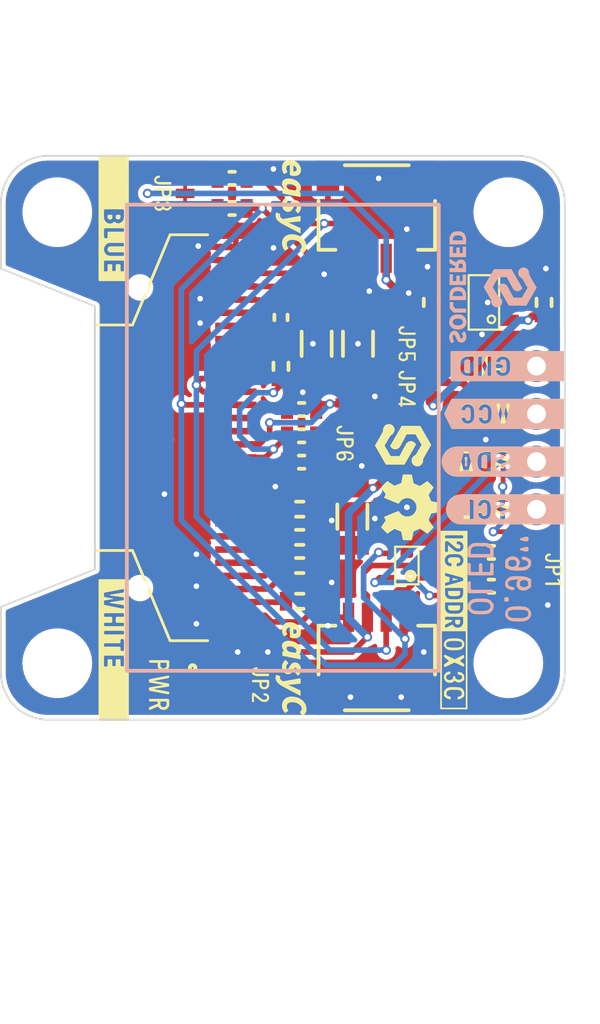
<source format=kicad_pcb>
(kicad_pcb (version 20211014) (generator pcbnew)
  (title_block (title "OLED 0.96\"") (date "2022-11-25") (rev "V1.3.0.") (company "SOLDERED") (comment 1 "333099"))
  (layers (0 "F.Cu" signal) (31 "B.Cu" signal) (34 "B.Paste" user) (35 "F.Paste" user) (36 "B.SilkS" user "B.Silkscreen") (37 "F.SilkS" user "F.Silkscreen") (38 "B.Mask" user) (39 "F.Mask" user) (44 "Edge.Cuts" user))
  (net 0 "")
  (net 1 "GND")
  (net 2 "Net-(C1-Pad2)")
  (net 3 "3V3")
  (net 4 "Net-(C5-Pad1)")
  (net 5 "Net-(C5-Pad2)")
  (net 6 "Net-(C7-Pad1)")
  (net 7 "Net-(C8-Pad1)")
  (net 8 "Net-(C8-Pad2)")
  (net 9 "Net-(C9-Pad1)")
  (net 10 "Net-(D1-Pad1)")
  (net 11 "SCL_PULL5")
  (net 12 "VCC")
  (net 13 "SDA_PULL5")
  (net 14 "Net-(JP2-Pad2)")
  (net 15 "SCL_PULL3,3")
  (net 16 "SDA_PULL3,3")
  (net 17 "Net-(JP6-Pad1)")
  (net 18 "SCL3,3")
  (net 19 "SDA3,3")
  (net 20 "SDA5")
  (net 21 "SCL5")
  (net 22 "CS")
  (net 23 "RST")
  (net 24 "Net-(R9-Pad1)")
  (footprint "buzzardLabel" (layer "F.Cu") (at 136.3 103.7 -90)
    (fp_text reference "" (at 0 0 90) (layer "F.SilkS") (effects (font (size 1.27 1.27))))
    (fp_text value "" (at 0 0 90) (layer "F.SilkS") (effects (font (size 1.27 1.27))))
  )
  (footprint "e-radionica.com footprinti:HOLE_3.2mm" (layer "F.Cu") (at 154.7 128.7 -90)
    (fp_text reference "H1" hide)
    (fp_text value "HOLE_3.2mm" hide)
    (pad "" np_thru_hole circle locked (at 0 0 270) (size 3.2 3.2) (drill 3.2) (layers F&B.Cu *.Mask))
  )
  (footprint "buzzardLabel" (layer "F.Cu") (at 136.1 129.85 -90)
    (fp_text reference "" (at 0 0 90) (layer "F.SilkS") (effects (font (size 1.27 1.27))))
    (fp_text value "" (at 0 0 90) (layer "F.SilkS") (effects (font (size 1.27 1.27))))
  )
  (footprint "e-radionica.com footprinti:HOLE_3.2mm" (layer "F.Cu") (at 130.7 104.7 -90)
    (fp_text reference "H2" hide)
    (fp_text value "HOLE_3.2mm" hide)
    (pad "" np_thru_hole circle locked (at 0 0 270) (size 3.2 3.2) (drill 3.2) (layers F&B.Cu *.Mask))
  )
  (footprint "e-radionica.com footprinti:0603R" (layer "F.Cu") (at 153.8 124.6)
    (fp_text reference "R3")
    (fp_text value "10k")
    (pad "1" smd rect locked (at -0.775 0 90) (size 1 0.64) (layers "F.Cu" "F.Paste" "F.Mask") (net 20 "SDA5"))
    (pad "2" smd rect locked (at 0.775 0 90) (size 1 0.64) (layers "F.Cu" "F.Paste" "F.Mask") (net 13 "SDA_PULL5"))
  )
  (footprint "e-radionica.com footprinti:SMD_JUMPER" (layer "F.Cu") (at 146 115.2 -90)
    (fp_text reference "JP6")
    (fp_text value "SMD_JUMPER")
    (pad "1" smd rect (at -0.35 0 270) (size 0.5 1) (layers "F.Cu" "F.Mask") (net 17 "Net-(JP6-Pad1)"))
    (pad "2" smd rect (at 0.35 0 270) (size 0.5 1) (layers "F.Cu" "F.Mask") (net 3 "3V3"))
  )
  (footprint "e-radionica.com footprinti:1206C" (layer "F.Cu") (at 144.5 111.7 -90)
    (fp_text reference "C7")
    (fp_text value "10u")
    (pad "1" smd rect locked (at -1.525 0) (size 1.75 1) (layers "F.Cu" "F.Paste" "F.Mask") (net 6 "Net-(C7-Pad1)"))
    (pad "2" smd rect locked (at 1.525 0) (size 1.75 1) (layers "F.Cu" "F.Paste" "F.Mask") (net 1 "GND"))
  )
  (footprint "e-radionica.com footprinti:0402R" (layer "F.Cu") (at 138.6 129.85 -90)
    (fp_text reference "R5")
    (fp_text value "2k2")
    (pad "1" smd rect locked (at -0.5 0) (size 0.64 0.54) (layers "F.Cu" "F.Paste" "F.Mask") (net 14 "Net-(JP2-Pad2)"))
    (pad "2" smd rect locked (at 0.5 0) (size 0.64 0.54) (layers "F.Cu" "F.Paste" "F.Mask") (net 10 "Net-(D1-Pad1)"))
  )
  (footprint "e-radionica.com footprinti:0603R" (layer "F.Cu") (at 142.6 110.3 -90)
    (fp_text reference "R9")
    (fp_text value "390k")
    (pad "1" smd rect locked (at -0.775 0) (size 1 0.64) (layers "F.Cu" "F.Paste" "F.Mask") (net 24 "Net-(R9-Pad1)"))
    (pad "2" smd rect locked (at 0.775 0) (size 1 0.64) (layers "F.Cu" "F.Paste" "F.Mask") (net 1 "GND"))
  )
  (footprint "e-radionica.com footprinti:FIDUCIAL_23" (layer "F.Cu") (at 135.3 116.8 -90)
    (fp_text reference "FD1")
    (fp_text value "FIDUCIAL")
    (fp_circle (center 0 0) (end 1 0) (layer "F.Cu") (width 0.2) (fill none))
    (pad "1" smd circle (at 0 0 270) (size 1 1) (layers "F.Cu" "F.Paste" "F.Mask") (clearance 1.1))
  )
  (footprint "e-radionica.com footprinti:HEADER_MALE_4X1" (layer "F.Cu") (at 156.2 116.7 -90)
    (fp_text reference "K3")
    (fp_text value "HEADER_MALE_4X1")
    (pad "1" thru_hole circle locked (at -3.81 0 270) (size 1.7 1.7) (drill 1) (layers *.Cu *.Mask) (net 1 "GND"))
    (pad "2" thru_hole circle locked (at -1.27 0 270) (size 1.7 1.7) (drill 1) (layers *.Cu *.Mask) (net 12 "VCC"))
    (pad "3" thru_hole circle locked (at 1.27 0 270) (size 1.7 1.7) (drill 1) (layers *.Cu *.Mask) (net 20 "SDA5"))
    (pad "4" thru_hole circle locked (at 3.81 0 270) (size 1.7 1.7) (drill 1) (layers *.Cu *.Mask) (net 21 "SCL5"))
  )
  (footprint "e-radionica.com footprinti:0402LED" (layer "F.Cu") (at 137.3 129.85 90)
    (fp_text reference "D1")
    (fp_text value "purple")
    (pad "1" smd rect locked (at -0.55 0 180) (size 0.75 0.45) (layers "F.Cu" "F.Paste" "F.Mask") (net 10 "Net-(D1-Pad1)"))
    (pad "2" smd rect locked (at 0.55 0 180) (size 0.75 0.45) (layers "F.Cu" "F.Paste" "F.Mask") (net 1 "GND"))
  )
  (footprint "e-radionica.com footprinti:0603R" (layer "F.Cu") (at 143.7 116.6)
    (fp_text reference "R7")
    (fp_text value "10k")
    (pad "1" smd rect locked (at -0.775 0 90) (size 1 0.64) (layers "F.Cu" "F.Paste" "F.Mask") (net 23 "RST"))
    (pad "2" smd rect locked (at 0.775 0 90) (size 1 0.64) (layers "F.Cu" "F.Paste" "F.Mask") (net 3 "3V3"))
  )
  (footprint "e-radionica.com footprinti:1206C" (layer "F.Cu") (at 146.4 120.9 -90)
    (fp_text reference "C3")
    (fp_text value "10u")
    (pad "1" smd rect locked (at -1.525 0) (size 1.75 1) (layers "F.Cu" "F.Paste" "F.Mask") (net 3 "3V3"))
    (pad "2" smd rect locked (at 1.525 0) (size 1.75 1) (layers "F.Cu" "F.Paste" "F.Mask") (net 1 "GND"))
  )
  (footprint "e-radionica.com footprinti:0603R" (layer "F.Cu") (at 143.7 115.2)
    (fp_text reference "R8")
    (fp_text value "10k")
    (pad "1" smd rect locked (at -0.775 0 90) (size 1 0.64) (layers "F.Cu" "F.Paste" "F.Mask") (net 1 "GND"))
    (pad "2" smd rect locked (at 0.775 0 90) (size 1 0.64) (layers "F.Cu" "F.Paste" "F.Mask") (net 17 "Net-(JP6-Pad1)"))
  )
  (footprint "buzzardLabel" (layer "F.Cu") (at 158.1 115.43 180)
    (fp_text reference "" (at 0 0) (layer "F.SilkS") (effects (font (size 1.27 1.27))))
    (fp_text value "" (at 0 0) (layer "F.SilkS") (effects (font (size 1.27 1.27))))
  )
  (footprint "e-radionica.com footprinti:0603C" (layer "F.Cu") (at 156.6 109.5 -90)
    (fp_text reference "C1")
    (fp_text value "2u2")
    (pad "1" smd rect locked (at -0.73 0 270) (size 0.66 1) (layers "F.Cu" "F.Paste" "F.Mask") (net 1 "GND"))
    (pad "2" smd rect locked (at 0.73 0 270) (size 0.66 1) (layers "F.Cu" "F.Paste" "F.Mask") (net 2 "Net-(C1-Pad2)"))
  )
  (footprint "e-radionica.com footprinti:0603R" (layer "F.Cu") (at 143.7 118)
    (fp_text reference "R6")
    (fp_text value "10k")
    (pad "1" smd rect locked (at -0.775 0 90) (size 1 0.64) (layers "F.Cu" "F.Paste" "F.Mask") (net 22 "CS"))
    (pad "2" smd rect locked (at 0.775 0 90) (size 1 0.64) (layers "F.Cu" "F.Paste" "F.Mask") (net 3 "3V3"))
  )
  (footprint "Soldered Graphics:Version1.3.0." (layer "F.Cu") (at 128.5 127.4 -90)
    (fp_text reference "REF**" hide)
    (fp_text value "Version1.3.0." hide)
    (fp_poly (pts (xy 1.29 0.38) (xy 1.34 0.38) (xy 1.39 0.37) (xy 1.4 0.33) (xy 1.4 0.27) (xy 1.36 0.26) (xy 1.3 0.26) (xy 1.27 0.29) (xy 1.27 0.34) (xy 1.29 0.38)) (layer "F.Cu") (width 0.01) (fill solid))
    (fp_poly (pts (xy -0.42 0.38) (xy -0.37 0.38) (xy -0.32 0.37) (xy -0.31 0.33) (xy -0.31 0.27) (xy -0.36 0.26) (xy -0.41 0.26) (xy -0.44 0.29) (xy -0.44 0.34) (xy -0.42 0.38)) (layer "F.Cu") (width 0.01) (fill solid))
    (fp_poly (pts (xy -1.31 0.35) (xy -1.25 0.35) (xy -1.23 0.31) (xy -1.07 -0.1) (xy -1.09 -0.13) (xy -1.14 -0.13) (xy -1.17 -0.1) (xy -1.26 0.16) (xy -1.28 0.21) (xy -1.3 0.17) (xy -1.39 -0.09) (xy -1.42 -0.13) (xy -1.47 -0.13) (xy -1.49 -0.1) (xy -1.34 0.31) (xy -1.31 0.35)) (layer "F.Cu") (width 0.01) (fill solid))
    (fp_poly (pts (xy -0.65 0.35) (xy -0.6 0.35) (xy -0.58 0.31) (xy -0.58 -0.35) (xy -0.61 -0.38) (xy -0.67 -0.38) (xy -0.7 -0.34) (xy -0.82 -0.22) (xy -0.83 -0.17) (xy -0.8 -0.16) (xy -0.71 -0.22) (xy -0.67 -0.23) (xy -0.67 0.31) (xy -0.65 0.35)) (layer "F.Cu") (width 0.01) (fill solid))
    (fp_poly (pts (xy 0.89 0.37) (xy 0.95 0.37) (xy 1 0.35) (xy 0.97 0.3) (xy 0.87 0.3) (xy 0.83 0.27) (xy 0.81 0.22) (xy 0.79 0.17) (xy 0.79 0.13) (xy 0.78 0.01) (xy 0.79 -0.11) (xy 0.79 -0.15) (xy 0.8 -0.2) (xy 0.83 -0.25) (xy 0.86 -0.28) (xy 0.97 -0.28) (xy 1 -0.24) (xy 1.01 -0.19) (xy 1.02 -0.13) (xy 1.03 -0.03) (xy 1.03 0.1) (xy 1.02 0.14) (xy 1.02 0.19) (xy 1 0.24) (xy 0.98 0.29) (xy 0.97 0.3) (xy 1.01 0.34) (xy 1.05 0.31) (xy 1.08 0.28) (xy 1.1 0.24) (xy 1.11 0.18) (xy 1.12 0.13) (xy 1.12 0.08) (xy 1.12 -0.04) (xy 1.12 -0.1) (xy 1.11 -0.15) (xy 1.1 -0.2) (xy 1.09 -0.25) (xy 1.06 -0.28) (xy 1.02 -0.32) (xy 0.97 -0.35) (xy 0.91 -0.36) (xy 0.86 -0.36) (xy 0.8 -0.33) (xy 0.76 -0.29) (xy 0.74 -0.26) (xy 0.71 -0.21) (xy 0.7 -0.16) (xy 0.7 -0.11) (xy 0.69 -0.06) (xy 0.69 0.06) (xy 0.69 0.12) (xy 0.7 0.16) (xy 0.71 0.22) (xy 0.73 0.27) (xy 0.75 0.3) (xy 0.79 0.34) (xy 0.85 0.37) (xy 0.89 0.37)) (layer "F.Cu") (width 0.01) (fill solid))
    (fp_poly (pts (xy 0.43 0.38) (xy 0.48 0.38) (xy 0.54 0.37) (xy 0.54 0.33) (xy 0.54 0.27) (xy 0.5 0.26) (xy 0.45 0.26) (xy 0.42 0.29) (xy 0.42 0.34) (xy 0.43 0.38)) (layer "F.Cu") (width 0.01) (fill solid))
    (fp_poly (pts (xy 0.02 0.35) (xy 0.13 0.35) (xy 0.18 0.32) (xy 0.23 0.28) (xy 0.25 0.25) (xy 0.27 0.2) (xy 0.28 0.15) (xy 0.28 0.09) (xy 0.26 0.04) (xy 0.23 0) (xy 0.2 -0.04) (xy 0.24 -0.08) (xy 0.26 -0.13) (xy 0.27 -0.18) (xy 0.26 -0.23) (xy 0.24 -0.27) (xy 0.21 -0.32) (xy 0.17 -0.37) (xy 0.12 -0.38) (xy 0.06 -0.38) (xy 0.01 -0.36) (xy -0.04 -0.33) (xy -0.08 -0.3) (xy -0.1 -0.25) (xy -0.11 -0.2) (xy -0.11 -0.15) (xy -0.06 -0.13) (xy -0.02 -0.15) (xy -0.01 -0.2) (xy 0 -0.25) (xy 0.04 -0.3) (xy 0.09 -0.3) (xy 0.14 -0.28) (xy 0.16 -0.23) (xy 0.17 -0.18) (xy 0.17 -0.14) (xy 0.15 -0.09) (xy 0.11 -0.05) (xy 0.05 -0.05) (xy 0.04 0) (xy 0.08 0.03) (xy 0.13 0.03) (xy 0.17 0.08) (xy 0.19 0.13) (xy 0.19 0.17) (xy 0.17 0.22) (xy 0.14 0.27) (xy 0.09 0.28) (xy 0.03 0.28) (xy -0.01 0.23) (xy -0.03 0.18) (xy -0.04 0.13) (xy -0.09 0.12) (xy -0.12 0.15) (xy -0.12 0.2) (xy -0.1 0.25) (xy -0.08 0.29) (xy -0.04 0.32) (xy 0.02 0.35)) (layer "F.Cu") (width 0.01) (fill solid))
  )
  (footprint "e-radionica.com footprinti:SOT-363" (layer "F.Cu") (at 149.3 123.5 180)
    (fp_text reference "U1")
    (fp_text value "NMOS-DUAL")
    (pad "1" smd rect (at -0.92 -0.65 270) (size 0.3 0.66) (layers "F.Cu" "F.Paste" "F.Mask") (net 19 "SDA3,3"))
    (pad "2" smd rect (at -0.92 0 270) (size 0.3 0.66) (layers "F.Cu" "F.Paste" "F.Mask") (net 3 "3V3"))
    (pad "3" smd rect (at -0.92 0.65 270) (size 0.3 0.66) (layers "F.Cu" "F.Paste" "F.Mask") (net 21 "SCL5"))
    (pad "4" smd rect (at 0.92 0.65 270) (size 0.3 0.66) (layers "F.Cu" "F.Paste" "F.Mask") (net 18 "SCL3,3"))
    (pad "5" smd rect (at 0.92 0 270) (size 0.3 0.66) (layers "F.Cu" "F.Paste" "F.Mask") (net 3 "3V3"))
    (pad "6" smd rect (at 0.92 -0.65 270) (size 0.3 0.66) (layers "F.Cu" "F.Paste" "F.Mask") (net 20 "SDA5"))
  )
  (footprint "e-radionica.com footprinti:SMD_JUMPER_3_PAD_TRACE" (layer "F.Cu") (at 155.9 123.7 -90)
    (fp_text reference "JP1")
    (fp_text value "SMD_JUMPER_3_PAD_TRACE")
    (fp_poly (pts (xy -0.25 0.05) (xy -0.45 0.05) (xy -0.45 -0.05) (xy -0.25 -0.05)) (layer "F.Cu") (width 0.1) (fill solid))
    (fp_poly (pts (xy 0.45 0.05) (xy 0.25 0.05) (xy 0.25 -0.05) (xy 0.45 -0.05)) (layer "F.Cu") (width 0.1) (fill solid))
    (pad "1" smd rect (at -0.7 0 90) (size 0.5 1) (layers "F.Cu" "F.Mask") (net 11 "SCL_PULL5"))
    (pad "2" smd custom (at 0 0 90) (size 0.5 1) (layers "F.Cu" "F.Mask") (net 12 "VCC") (options (clearance outline) (anchor rect)) (primitives))
    (pad "3" smd rect (at 0.7 0 90) (size 0.5 1) (layers "F.Cu" "F.Mask") (net 13 "SDA_PULL5"))
  )
  (footprint "Soldered Graphics:Symbol-Front-I2C-ADDR-Field" (layer "F.Cu") (at 151.8 126.4 -90)
    (fp_text reference "REF**" hide)
    (fp_text value "Symbol-Front-I2C-ADDR-Field" hide)
  )
  (footprint "e-radionica.com footprinti:0603C" (layer "F.Cu") (at 143.6 125.4)
    (fp_text reference "C8")
    (fp_text value "2u2")
    (pad "1" smd rect locked (at -0.73 0) (size 0.66 1) (layers "F.Cu" "F.Paste" "F.Mask") (net 7 "Net-(C8-Pad1)"))
    (pad "2" smd rect locked (at 0.73 0) (size 0.66 1) (layers "F.Cu" "F.Paste" "F.Mask") (net 8 "Net-(C8-Pad2)"))
  )
  (footprint "buzzardLabel" (layer "F.Cu") (at 158.1 120.51 180)
    (fp_text reference "" (at 0 0) (layer "F.SilkS") (effects (font (size 1.27 1.27))))
    (fp_text value "" (at 0 0) (layer "F.SilkS") (effects (font (size 1.27 1.27))))
  )
  (footprint "e-radionica.com footprinti:SMD_JUMPER" (layer "F.Cu") (at 150.5 111.7 90)
    (fp_text reference "JP5")
    (fp_text value "SMD_JUMPER")
    (pad "1" smd rect (at -0.35 0 90) (size 0.5 1) (layers "F.Cu" "F.Mask") (net 12 "VCC"))
    (pad "2" smd rect (at 0.35 0 90) (size 0.5 1) (layers "F.Cu" "F.Mask") (net 3 "3V3"))
  )
  (footprint "e-radionica.com footprinti:easyC-connector" (layer "F.Cu") (at 147.7 105)
    (fp_text reference "K2")
    (fp_text value "easyC-SMD")
    (pad "1" smd rect locked (at -1.5 2.15) (size 0.6 1.55) (layers "F.Cu" "F.Paste" "F.Mask") (net 18 "SCL3,3"))
    (pad "2" smd rect locked (at -0.5 2.15) (size 0.6 1.55) (layers "F.Cu" "F.Paste" "F.Mask") (net 19 "SDA3,3"))
    (pad "3" smd rect locked (at 0.5 2.15) (size 0.6 1.55) (layers "F.Cu" "F.Paste" "F.Mask") (net 3 "3V3"))
    (pad "4" smd rect locked (at 1.5 2.15) (size 0.6 1.55) (layers "F.Cu" "F.Paste" "F.Mask") (net 1 "GND"))
    (pad "5" smd rect locked (at 2.6 -2.15) (size 1.2 1.8) (layers "F.Cu" "F.Paste" "F.Mask") (net 1 "GND"))
    (pad "5" smd rect locked (at -2.6 -2.15) (size 1.2 1.8) (layers "F.Cu" "F.Paste" "F.Mask") (net 1 "GND"))
  )
  (footprint "Soldered Graphics:Logo-Front-easyC-5mm" (layer "F.Cu") (at 143.2 129 -90)
    (fp_text reference "G***" hide)
    (fp_text value "LOGO" hide)
  )
  (footprint "Soldered Graphics:Logo-Back-SolderedVERTICAL-6mm" (layer "F.Cu") (at 153.8 108.7 -90)
    (fp_text reference "G***" hide)
    (fp_text value "LOGO" hide)
  )
  (footprint "e-radionica.com footprinti:SMD-JUMPER-CONNECTED_TRACE_SLODERMASK" (layer "F.Cu") (at 150.5 114.1 90)
    (fp_text reference "JP4")
    (fp_text value "SMD-JUMPER-CONNECTED_TRACE_SLODERMASK")
    (fp_poly (pts (xy 0.1 0.1) (xy -0.1 0.1) (xy -0.1 -0.1) (xy 0.1 -0.1)) (layer "F.Cu") (width 0.1) (fill solid))
    (pad "1" smd rect (at -0.35 0 90) (size 0.5 1) (layers "F.Cu" "F.Mask") (net 2 "Net-(C1-Pad2)"))
    (pad "2" smd rect (at 0.35 0 90) (size 0.5 1) (layers "F.Cu" "F.Mask") (net 12 "VCC"))
  )
  (footprint "e-radionica.com footprinti:0603R" (layer "F.Cu") (at 140 102.9)
    (fp_text reference "R1")
    (fp_text value "10k")
    (pad "1" smd rect locked (at -0.775 0 90) (size 1 0.64) (layers "F.Cu" "F.Paste" "F.Mask") (net 16 "SDA_PULL3,3"))
    (pad "2" smd rect locked (at 0.775 0 90) (size 1 0.64) (layers "F.Cu" "F.Paste" "F.Mask") (net 19 "SDA3,3"))
  )
  (footprint "buzzardLabel" (layer "F.Cu") (at 157.1 123.7 -90)
    (fp_text reference "" (at 0 0 90) (layer "F.SilkS") (effects (font (size 1.27 1.27))))
    (fp_text value "" (at 0 0 90) (layer "F.SilkS") (effects (font (size 1.27 1.27))))
  )
  (footprint "e-radionica.com footprinti:easyC-connector" (layer "F.Cu") (at 147.7 128.4 180)
    (fp_text reference "K1")
    (fp_text value "easyC-SMD")
    (pad "1" smd rect locked (at -1.5 2.15 180) (size 0.6 1.55) (layers "F.Cu" "F.Paste" "F.Mask") (net 18 "SCL3,3"))
    (pad "2" smd rect locked (at -0.5 2.15 180) (size 0.6 1.55) (layers "F.Cu" "F.Paste" "F.Mask") (net 19 "SDA3,3"))
    (pad "3" smd rect locked (at 0.5 2.15 180) (size 0.6 1.55) (layers "F.Cu" "F.Paste" "F.Mask") (net 3 "3V3"))
    (pad "4" smd rect locked (at 1.5 2.15 180) (size 0.6 1.55) (layers "F.Cu" "F.Paste" "F.Mask") (net 1 "GND"))
    (pad "5" smd rect locked (at 2.6 -2.15 180) (size 1.2 1.8) (layers "F.Cu" "F.Paste" "F.Mask") (net 1 "GND"))
    (pad "5" smd rect locked (at -2.6 -2.15 180) (size 1.2 1.8) (layers "F.Cu" "F.Paste" "F.Mask") (net 1 "GND"))
  )
  (footprint "Soldered Graphics:Logo-Front-Soldered-3mm" (layer "F.Cu") (at 149.1 117.1 -90)
    (fp_text reference "G***" hide)
    (fp_text value "LOGO" hide)
  )
  (footprint "e-radionica.com footprinti:HOLE_3.2mm" (layer "F.Cu") (at 130.7 128.7 -90)
    (fp_text reference "H3" hide)
    (fp_text value "HOLE_3.2mm" hide)
    (pad "" np_thru_hole circle locked (at 0 0 270) (size 3.2 3.2) (drill 3.2) (layers F&B.Cu *.Mask))
  )
  (footprint "e-radionica.com footprinti:OLED_GME128x64_30p" (layer "F.Cu") (at 140.2 116.7 90)
    (fp_text reference "U3")
    (fp_text value "OLED_GME12864_30p")
    (pad "" np_thru_hole circle locked (at -8 -5.1 90) (size 0.9 0.9) (drill 0.9) (layers F&B.Cu *.Mask))
    (pad "" np_thru_hole circle locked (at 8 -5.1 90) (size 0.9 0.9) (drill 0.9) (layers F&B.Cu *.Mask))
    (pad "1" smd rect locked (at -10.15 0 90) (size 0.35 2.2) (layers "F.Cu" "F.Paste" "F.Mask") (net 1 "GND"))
    (pad "2" smd rect locked (at -9.45 0 90) (size 0.35 2.2) (layers "F.Cu" "F.Paste" "F.Mask") (net 8 "Net-(C8-Pad2)"))
    (pad "3" smd rect locked (at -8.75 0 90) (size 0.35 2.2) (layers "F.Cu" "F.Paste" "F.Mask") (net 7 "Net-(C8-Pad1)"))
    (pad "4" smd rect locked (at -8.05 0 90) (size 0.35 2.2) (layers "F.Cu" "F.Paste" "F.Mask") (net 5 "Net-(C5-Pad2)"))
    (pad "5" smd rect locked (at -7.35 0 90) (size 0.35 2.2) (layers "F.Cu" "F.Paste" "F.Mask") (net 4 "Net-(C5-Pad1)"))
    (pad "6" smd rect locked (at -6.65 0 90) (size 0.35 2.2) (layers "F.Cu" "F.Paste" "F.Mask") (net 3 "3V3"))
    (pad "7" smd rect locked (at -5.95 0 90) (size 0.35 2.2) (layers "F.Cu" "F.Paste" "F.Mask"))
    (pad "8" smd rect locked (at -5.25 0 90) (size 0.35 2.2) (layers "F.Cu" "F.Paste" "F.Mask") (net 1 "GND"))
    (pad "9" smd rect locked (at -4.55 0 90) (size 0.35 2.2) (layers "F.Cu" "F.Paste" "F.Mask") (net 3 "3V3"))
    (pad "10" smd rect locked (at -3.85 0 90) (size 0.35 2.2) (layers "F.Cu" "F.Paste" "F.Mask") (net 1 "GND"))
    (pad "11" smd rect locked (at -3.15 0 90) (size 0.35 2.2) (layers "F.Cu" "F.Paste" "F.Mask") (net 3 "3V3"))
    (pad "12" smd rect locked (at -2.45 0 90) (size 0.35 2.2) (layers "F.Cu" "F.Paste" "F.Mask") (net 1 "GND"))
    (pad "13" smd rect locked (at -1.75 0 90) (size 0.35 2.2) (layers "F.Cu" "F.Paste" "F.Mask") (net 22 "CS"))
    (pad "14" smd rect locked (at -1.05 0 90) (size 0.35 2.2) (layers "F.Cu" "F.Paste" "F.Mask") (net 23 "RST"))
    (pad "15" smd rect locked (at -0.35 0 90) (size 0.35 2.2) (layers "F.Cu" "F.Paste" "F.Mask") (net 17 "Net-(JP6-Pad1)"))
    (pad "16" smd rect locked (at 0.35 0 90) (size 0.35 2.2) (layers "F.Cu" "F.Paste" "F.Mask"))
    (pad "17" smd rect locked (at 1.05 0 90) (size 0.35 2.2) (layers "F.Cu" "F.Paste" "F.Mask"))
    (pad "18" smd rect locked (at 1.75 0 90) (size 0.35 2.2) (layers "F.Cu" "F.Paste" "F.Mask") (net 18 "SCL3,3"))
    (pad "19" smd rect locked (at 2.45 0 90) (size 0.35 2.2) (layers "F.Cu" "F.Paste" "F.Mask") (net 19 "SDA3,3"))
    (pad "20" smd rect locked (at 3.15 0 90) (size 0.35 2.2) (layers "F.Cu" "F.Paste" "F.Mask") (net 19 "SDA3,3"))
    (pad "21" smd rect locked (at 3.85 0 90) (size 0.35 2.2) (layers "F.Cu" "F.Paste" "F.Mask"))
    (pad "22" smd rect locked (at 4.55 0 90) (size 0.35 2.2) (layers "F.Cu" "F.Paste" "F.Mask"))
    (pad "23" smd rect locked (at 5.25 0 90) (size 0.35 2.2) (layers "F.Cu" "F.Paste" "F.Mask"))
    (pad "24" smd rect locked (at 5.95 0 90) (size 0.35 2.2) (layers "F.Cu" "F.Paste" "F.Mask"))
    (pad "25" smd rect locked (at 6.65 0 90) (size 0.35 2.2) (layers "F.Cu" "F.Paste" "F.Mask"))
    (pad "26" smd rect locked (at 7.35 0 90) (size 0.35 2.2) (layers "F.Cu" "F.Paste" "F.Mask") (net 24 "Net-(R9-Pad1)"))
    (pad "27" smd rect locked (at 8.05 0 90) (size 0.35 2.2) (layers "F.Cu" "F.Paste" "F.Mask") (net 6 "Net-(C7-Pad1)"))
    (pad "28" smd rect locked (at 8.75 0 90) (size 0.35 2.2) (layers "F.Cu" "F.Paste" "F.Mask") (net 9 "Net-(C9-Pad1)"))
    (pad "29" smd rect locked (at 9.45 0 90) (size 0.35 2.2) (layers "F.Cu" "F.Paste" "F.Mask") (net 1 "GND"))
    (pad "30" smd rect locked (at 10.15 0 90) (size 0.35 2.2) (layers "F.Cu" "F.Paste" "F.Mask") (net 1 "GND"))
  )
  (footprint "buzzardLabel" (layer "F.Cu") (at 151.8 129 -90)
    (fp_text reference "" (at 0 0 90) (layer "F.SilkS") (effects (font (size 1.27 1.27))))
    (fp_text value "" (at 0 0 90) (layer "F.SilkS") (effects (font (size 1.27 1.27))))
  )
  (footprint "e-radionica.com footprinti:0603C" (layer "F.Cu") (at 142.6 112.9 90)
    (fp_text reference "C10")
    (fp_text value "100n")
    (pad "1" smd rect locked (at -0.73 0 90) (size 0.66 1) (layers "F.Cu" "F.Paste" "F.Mask") (net 23 "RST"))
    (pad "2" smd rect locked (at 0.73 0 90) (size 0.66 1) (layers "F.Cu" "F.Paste" "F.Mask") (net 1 "GND"))
  )
  (footprint "buzzardLabel" (layer "F.Cu") (at 149.3 111.7 -90)
    (fp_text reference "" (at 0 0 90) (layer "F.SilkS") (effects (font (size 1.27 1.27))))
    (fp_text value "" (at 0 0 90) (layer "F.SilkS") (effects (font (size 1.27 1.27))))
  )
  (footprint "e-radionica.com footprinti:0603R" (layer "F.Cu") (at 140 104.5 180)
    (fp_text reference "R4")
    (fp_text value "10k")
    (pad "1" smd rect locked (at -0.775 0 270) (size 1 0.64) (layers "F.Cu" "F.Paste" "F.Mask") (net 18 "SCL3,3"))
    (pad "2" smd rect locked (at 0.775 0 270) (size 1 0.64) (layers "F.Cu" "F.Paste" "F.Mask") (net 15 "SCL_PULL3,3"))
  )
  (footprint "e-radionica.com footprinti:0603C" (layer "F.Cu") (at 143.6 122)
    (fp_text reference "C6")
    (fp_text value "100n")
    (pad "1" smd rect locked (at -0.73 0) (size 0.66 1) (layers "F.Cu" "F.Paste" "F.Mask") (net 3 "3V3"))
    (pad "2" smd rect locked (at 0.73 0) (size 0.66 1) (layers "F.Cu" "F.Paste" "F.Mask") (net 1 "GND"))
  )
  (footprint "Soldered Graphics:Logo-Front-OSH-3.5mm" (layer "F.Cu") (at 149.5 120.4 -90)
    (fp_text reference "G***" hide)
    (fp_text value "LOGO" hide)
  )
  (footprint "e-radionica.com footprinti:0603R" (layer "F.Cu") (at 153.8 122.8 180)
    (fp_text reference "R2")
    (fp_text value "10k")
    (pad "1" smd rect locked (at -0.775 0 270) (size 1 0.64) (layers "F.Cu" "F.Paste" "F.Mask") (net 11 "SCL_PULL5"))
    (pad "2" smd rect locked (at 0.775 0 270) (size 1 0.64) (layers "F.Cu" "F.Paste" "F.Mask") (net 21 "SCL5"))
  )
  (footprint "e-radionica.com footprinti:0603C" (layer "F.Cu") (at 150.6 109.5 -90)
    (fp_text reference "C2")
    (fp_text value "2u2")
    (pad "1" smd rect locked (at -0.73 0 270) (size 0.66 1) (layers "F.Cu" "F.Paste" "F.Mask") (net 1 "GND"))
    (pad "2" smd rect locked (at 0.73 0 270) (size 0.66 1) (layers "F.Cu" "F.Paste" "F.Mask") (net 3 "3V3"))
  )
  (footprint "buzzardLabel" (layer "F.Cu") (at 149.3 114.1 -90)
    (fp_text reference "" (at 0 0 90) (layer "F.SilkS") (effects (font (size 1.27 1.27))))
    (fp_text value "" (at 0 0 90) (layer "F.SilkS") (effects (font (size 1.27 1.27))))
  )
  (footprint "buzzardLabel" (layer "F.Cu") (at 158.1 112.89 180)
    (fp_text reference "" (at 0 0) (layer "F.SilkS") (effects (font (size 1.27 1.27))))
    (fp_text value "" (at 0 0) (layer "F.SilkS") (effects (font (size 1.27 1.27))))
  )
  (footprint "e-radionica.com footprinti:HOLE_3.2mm" (layer "F.Cu") (at 154.7 104.7 -90)
    (fp_text reference "H4" hide)
    (fp_text value "HOLE_3.2mm" hide)
    (pad "" np_thru_hole circle locked (at 0 0 270) (size 3.2 3.2) (drill 3.2) (layers F&B.Cu *.Mask))
  )
  (footprint "e-radionica.com footprinti:0603C" (layer "F.Cu") (at 143.6 120.5)
    (fp_text reference "C4")
    (fp_text value "1u")
    (pad "1" smd rect locked (at -0.73 0) (size 0.66 1) (layers "F.Cu" "F.Paste" "F.Mask") (net 3 "3V3"))
    (pad "2" smd rect locked (at 0.73 0) (size 0.66 1) (layers "F.Cu" "F.Paste" "F.Mask") (net 1 "GND"))
  )
  (footprint "Soldered Graphics:Logo-Front-easyC-5mm" (layer "F.Cu") (at 143.2 104.4 -90)
    (fp_text reference "G***" hide)
    (fp_text value "LOGO" hide)
  )
  (footprint "buzzardLabel" (layer "F.Cu") (at 146 117 -90)
    (fp_text reference "" (at 0 0 90) (layer "F.SilkS") (effects (font (size 1.27 1.27))))
    (fp_text value "" (at 0 0 90) (layer "F.SilkS") (effects (font (size 1.27 1.27))))
  )
  (footprint "e-radionica.com footprinti:SMD-JUMPER-CONNECTED_TRACE_SLODERMASK" (layer "F.Cu") (at 140.3 129.85 90)
    (fp_text reference "JP2")
    (fp_text value "SMD-JUMPER-CONNECTED_TRACE_SLODERMASK")
    (fp_poly (pts (xy 0.1 0.1) (xy -0.1 0.1) (xy -0.1 -0.1) (xy 0.1 -0.1)) (layer "F.Cu") (width 0.1) (fill solid))
    (pad "1" smd rect (at -0.35 0 90) (size 0.5 1) (layers "F.Cu" "F.Mask") (net 3 "3V3"))
    (pad "2" smd rect (at 0.35 0 90) (size 0.5 1) (layers "F.Cu" "F.Mask") (net 14 "Net-(JP2-Pad2)"))
  )
  (footprint "buzzardLabel" (layer "F.Cu") (at 133.7 105 -90)
    (fp_text reference "" (at 0 0 90) (layer "F.SilkS") (effects (font (size 1.27 1.27))))
    (fp_text value "" (at 0 0 90) (layer "F.SilkS") (effects (font (size 1.27 1.27))))
  )
  (footprint "buzzardLabel" (layer "F.Cu") (at 133.7 128 -90)
    (fp_text reference "" (at 0 0 90) (layer "F.SilkS") (effects (font (size 1.27 1.27))))
    (fp_text value "" (at 0 0 90) (layer "F.SilkS") (effects (font (size 1.27 1.27))))
  )
  (footprint "buzzardLabel" (layer "F.Cu") (at 158.1 117.97 180)
    (fp_text reference "" (at 0 0) (layer "F.SilkS") (effects (font (size 1.27 1.27))))
    (fp_text value "" (at 0 0) (layer "F.SilkS") (effects (font (size 1.27 1.27))))
  )
  (footprint "e-radionica.com footprinti:0603C" (layer "F.Cu") (at 143.6 123.5)
    (fp_text reference "C5")
    (fp_text value "2u2")
    (pad "1" smd rect locked (at -0.73 0) (size 0.66 1) (layers "F.Cu" "F.Paste" "F.Mask") (net 4 "Net-(C5-Pad1)"))
    (pad "2" smd rect locked (at 0.73 0) (size 0.66 1) (layers "F.Cu" "F.Paste" "F.Mask") (net 5 "Net-(C5-Pad2)"))
  )
  (footprint "e-radionica.com footprinti:SOT-23-5" (layer "F.Cu") (at 153.4 109.5 180)
    (fp_text reference "U2")
    (fp_text value "SE5218")
    (pad "1" smd rect (at -1.3 -0.95 180) (size 1.1 0.6) (layers "F.Cu" "F.Paste" "F.Mask") (net 2 "Net-(C1-Pad2)"))
    (pad "2" smd rect (at -1.3 0 180) (size 1.1 0.6) (layers "F.Cu" "F.Paste" "F.Mask") (net 1 "GND"))
    (pad "3" smd rect (at -1.3 0.95 180) (size 1.1 0.6) (layers "F.Cu" "F.Paste" "F.Mask") (net 2 "Net-(C1-Pad2)"))
    (pad "4" smd rect (at 1.3 0.95 180) (size 1.1 0.6) (layers "F.Cu" "F.Paste" "F.Mask"))
    (pad "5" smd rect (at 1.3 -0.95 180) (size 1.1 0.6) (layers "F.Cu" "F.Paste" "F.Mask") (net 3 "3V3"))
  )
  (footprint "e-radionica.com footprinti:1206C" (layer "F.Cu") (at 146.7 111.7 -90)
    (fp_text reference "C9")
    (fp_text value "10u")
    (pad "1" smd rect locked (at -1.525 0) (size 1.75 1) (layers "F.Cu" "F.Paste" "F.Mask") (net 9 "Net-(C9-Pad1)"))
    (pad "2" smd rect locked (at 1.525 0) (size 1.75 1) (layers "F.Cu" "F.Paste" "F.Mask") (net 1 "GND"))
  )
  (footprint "e-radionica.com footprinti:SMD_JUMPER_3_PAD_TRACE" (layer "F.Cu") (at 137.5 103.7 90)
    (fp_text reference "JP3")
    (fp_text value "SMD_JUMPER_3_PAD_TRACE")
    (fp_poly (pts (xy 0.45 0.05) (xy 0.25 0.05) (xy 0.25 -0.05) (xy 0.45 -0.05)) (layer "F.Cu") (width 0.1) (fill solid))
    (fp_poly (pts (xy -0.25 0.05) (xy -0.45 0.05) (xy -0.45 -0.05) (xy -0.25 -0.05)) (layer "F.Cu") (width 0.1) (fill solid))
    (pad "1" smd rect (at -0.7 0 270) (size 0.5 1) (layers "F.Cu" "F.Mask") (net 15 "SCL_PULL3,3"))
    (pad "2" smd custom (at 0 0 270) (size 0.5 1) (layers "F.Cu" "F.Mask") (net 3 "3V3") (options (clearance outline) (anchor rect)) (primitives))
    (pad "3" smd rect (at 0.7 0 270) (size 0.5 1) (layers "F.Cu" "F.Mask") (net 16 "SDA_PULL3,3"))
  )
  (footprint "buzzardLabel" (layer "F.Cu") (at 141.5 129.85 -90)
    (fp_text reference "" (at 0 0 90) (layer "F.SilkS") (effects (font (size 1.27 1.27))))
    (fp_text value "" (at 0 0 90) (layer "F.SilkS") (effects (font (size 1.27 1.27))))
  )
  (footprint "buzzardLabel" (layer "B.Cu") (at 158.1 120.51 180)
    (fp_text reference "" (at 0 0) (layer "B.SilkS") (effects (font (size 1.27 1.27)) (justify mirror)))
    (fp_text value "" (at 0 0) (layer "B.SilkS") (effects (font (size 1.27 1.27)) (justify mirror)))
  )
  (footprint "buzzardLabel" (layer "B.Cu") (at 158.1 115.43 180)
    (fp_text reference "" (at 0 0) (layer "B.SilkS") (effects (font (size 1.27 1.27)) (justify mirror)))
    (fp_text value "" (at 0 0) (layer "B.SilkS") (effects (font (size 1.27 1.27)) (justify mirror)))
  )
  (footprint "buzzardLabel" (layer "B.Cu") (at 155.2 124.2 90)
    (fp_text reference "" (at 0 0 90) (layer "B.SilkS") (effects (font (size 1.27 1.27)) (justify mirror)))
    (fp_text value "" (at 0 0 90) (layer "B.SilkS") (effects (font (size 1.27 1.27)) (justify mirror)))
  )
  (footprint "buzzardLabel" (layer "B.Cu") (at 158.1 112.89 180)
    (fp_text reference "" (at 0 0) (layer "B.SilkS") (effects (font (size 1.27 1.27)) (justify mirror)))
    (fp_text value "" (at 0 0) (layer "B.SilkS") (effects (font (size 1.27 1.27)) (justify mirror)))
  )
  (footprint "buzzardLabel" (layer "B.Cu") (at 153.2 124.2 90)
    (fp_text reference "" (at 0 0 90) (layer "B.SilkS") (effects (font (size 1.27 1.27)) (justify mirror)))
    (fp_text value "" (at 0 0 90) (layer "B.SilkS") (effects (font (size 1.27 1.27)) (justify mirror)))
  )
  (footprint "buzzardLabel" (layer "B.Cu") (at 158.1 117.97 180)
    (fp_text reference "" (at 0 0) (layer "B.SilkS") (effects (font (size 1.27 1.27)) (justify mirror)))
    (fp_text value "" (at 0 0) (layer "B.SilkS") (effects (font (size 1.27 1.27)) (justify mirror)))
  )
  (gr_rect locked (start 134.4 104.3) (end 151 129.1) (layer "B.SilkS") (width 0.2) (fill none))
  (gr_line (start 138.7 127.5) (end 136.7 127.5) (layer "F.SilkS") (width 0.15))
  (gr_line (start 136.7 105.9) (end 134.7 110.7) (layer "F.SilkS") (width 0.15))
  (gr_line (start 138.7 105.9) (end 136.7 105.9) (layer "F.SilkS") (width 0.15))
  (gr_line (start 136.7 127.5) (end 134.7 122.7) (layer "F.SilkS") (width 0.15))
  (gr_line (start 134.7 110.7) (end 132.7 110.7) (layer "F.SilkS") (width 0.15))
  (gr_line (start 134.7 122.7) (end 132.7 122.7) (layer "F.SilkS") (width 0.15))
  (gr_line (start 155.2 131.7) (end 130.2 131.7) (layer "Edge.Cuts") (width 0.1))
  (gr_arc (start 130.2 131.7) (mid 128.432233 130.967767) (end 127.7 129.2) (layer "Edge.Cuts") (width 0.1))
  (gr_line (start 157.7 104.2) (end 157.7 129.2) (layer "Edge.Cuts") (width 0.1))
  (gr_line (start 132.7 123.7) (end 127.7 125.7) (layer "Edge.Cuts") (width 0.1))
  (gr_line (start 130.2 101.7) (end 155.2 101.7) (layer "Edge.Cuts") (width 0.1))
  (gr_line (start 132.7 109.7) (end 132.7 123.7) (layer "Edge.Cuts") (width 0.1))
  (gr_arc (start 127.7 104.2) (mid 128.432233 102.432233) (end 130.2 101.7) (layer "Edge.Cuts") (width 0.1))
  (gr_line (start 127.7 107.7) (end 127.7 104.2) (layer "Edge.Cuts") (width 0.1))
  (gr_arc (start 155.2 101.7) (mid 156.967767 102.432233) (end 157.7 104.2) (layer "Edge.Cuts") (width 0.1))
  (gr_line (start 132.7 109.7) (end 127.7 107.7) (layer "Edge.Cuts") (width 0.1))
  (gr_arc (start 157.7 129.2) (mid 156.967767 130.967767) (end 155.2 131.7) (layer "Edge.Cuts") (width 0.1))
  (gr_line (start 127.7 129.2) (end 127.7 125.7) (layer "Edge.Cuts") (width 0.1))
  (via (at 147.6 114.5) (size 0.5) (drill 0.3) (layers "F.Cu" "B.Cu") (net 1))
  (via (at 141.9 128.1) (size 0.5) (drill 0.3) (layers "F.Cu" "B.Cu") (net 1))
  (via (at 140.3 128.1) (size 0.5) (drill 0.3) (layers "F.Cu" "B.Cu") (net 1))
  (via (at 138.1 126.6) (size 0.5) (drill 0.3) (layers "F.Cu" "B.Cu") (net 1))
  (via (at 145.1 126.7) (size 0.5) (drill 0.3) (layers "F.Cu" "B.Cu") (net 1))
  (via (at 147.3 108.9) (size 0.5) (drill 0.3) (layers "F.Cu" "B.Cu") (net 1))
  (via (at 145.3 124.4) (size 0.5) (drill 0.3) (layers "F.Cu" "B.Cu") (net 1))
  (via (at 153.5 116.8) (size 0.5) (drill 0.3) (layers "F.Cu" "B.Cu") (net 1))
  (via (at 138.1 124.6) (size 0.5) (drill 0.3) (layers "F.Cu" "B.Cu") (net 1))
  (via (at 136.4 119.7) (size 0.5) (drill 0.3) (layers "F.Cu" "B.Cu") (net 1))
  (via (at 149.3 105.6) (size 0.5) (drill 0.3) (layers "F.Cu" "B.Cu") (net 1))
  (via (at 150.4 107.6) (size 0.5) (drill 0.3) (layers "F.Cu" "B.Cu") (net 1))
  (via (at 156.7 107.7) (size 0.5) (drill 0.3) (layers "F.Cu" "B.Cu") (net 1))
  (via (at 145.3 121.1) (size 0.5) (drill 0.3) (layers "F.Cu" "B.Cu") (net 1))
  (via (at 149.3 120.4) (size 0.5) (drill 0.3) (layers "F.Cu" "B.Cu") (net 1))
  (via (at 142.2 106.6) (size 0.5) (drill 0.3) (layers "F.Cu" "B.Cu") (net 1))
  (via (at 147.8 102.9) (size 0.5) (drill 0.3) (layers "F.Cu" "B.Cu") (net 1))
  (via (at 156.8 125.6) (size 0.5) (drill 0.3) (layers "F.Cu" "B.Cu") (net 1))
  (via (at 144.9 108) (size 0.5) (drill 0.3) (layers "F.Cu" "B.Cu") (net 1))
  (via (at 153.6 109.5) (size 0.5) (drill 0.3) (layers "F.Cu" "B.Cu") (net 1))
  (via (at 149.4 109) (size 0.5) (drill 0.3) (layers "F.Cu" "B.Cu") (net 1))
  (via (at 150.2 128.1) (size 0.5) (drill 0.3) (layers "F.Cu" "B.Cu") (net 1))
  (via (at 146.9 118.2) (size 0.5) (drill 0.3) (layers "F.Cu" "B.Cu") (net 1))
  (via (at 138.3 109.3) (size 0.5) (drill 0.3) (layers "F.Cu" "B.Cu") (net 1))
  (via (at 149 130.5) (size 0.5) (drill 0.3) (layers "F.Cu" "B.Cu") (net 1))
  (via (at 138.2 106.5) (size 0.5) (drill 0.3) (layers "F.Cu" "B.Cu") (net 1))
  (via (at 153.3 111.2) (size 0.5) (drill 0.3) (layers "F.Cu" "B.Cu") (net 1))
  (via (at 147.6 121) (size 0.5) (drill 0.3) (layers "F.Cu" "B.Cu") (net 1))
  (via (at 144.3 111.7) (size 0.5) (drill 0.3) (layers "F.Cu" "B.Cu") (net 1))
  (via (at 142.2 102.4) (size 0.5) (drill 0.3) (layers "F.Cu" "B.Cu") (net 1))
  (via (at 138.1 122.9) (size 0.5) (drill 0.3) (layers "F.Cu" "B.Cu") (net 1))
  (via (at 146.7 111.7) (size 0.5) (drill 0.3) (layers "F.Cu" "B.Cu") (net 1))
  (via (at 146.3 130.5) (size 0.5) (drill 0.3) (layers "F.Cu" "B.Cu") (net 1))
  (via (at 142.3 119.3) (size 0.5) (drill 0.3) (layers "F.Cu" "B.Cu") (net 1))
  (via (at 143.763373 114.279365) (size 0.5) (drill 0.3) (layers "F.Cu" "B.Cu") (net 1))
  (via (at 138.3 110.6) (size 0.5) (drill 0.3) (layers "F.Cu" "B.Cu") (net 1))
  (segment (start 155.97 110.23) (end 156.5 110.23) (width 0.4) (layer "F.Cu") (net 2))
  (segment (start 155.75 110.45) (end 154.7 110.45) (width 0.4) (layer "F.Cu") (net 2))
  (segment (start 150.5 114.8) (end 150.7 115) (width 0.4) (layer "F.Cu") (net 2))
  (segment (start 150.5 114.45) (end 150.5 114.8) (width 0.4) (layer "F.Cu") (net 2))
  (segment (start 155.75 110.45) (end 155.97 110.23) (width 0.4) (layer "F.Cu") (net 2))
  (segment (start 152.9 109.2) (end 152.9 109.8) (width 0.254) (layer "F.Cu") (net 2))
  (segment (start 153.55 110.45) (end 154.7 110.45) (width 0.254) (layer "F.Cu") (net 2))
  (segment (start 152.9 109.8) (end 153.55 110.45) (width 0.254) (layer "F.Cu") (net 2))
  (segment (start 154.9 108.55) (end 153.55 108.55) (width 0.254) (layer "F.Cu") (net 2))
  (segment (start 153.55 108.55) (end 152.9 109.2) (width 0.254) (layer "F.Cu") (net 2))
  (via (at 155.75 110.45) (size 0.5) (drill 0.3) (layers "F.Cu" "B.Cu") (net 2))
  (via (at 150.7 115) (size 0.5) (drill 0.3) (layers "F.Cu" "B.Cu") (net 2))
  (segment (start 155.25 110.45) (end 155.75 110.45) (width 0.4) (layer "B.Cu") (net 2))
  (segment (start 150.7 115) (end 155.25 110.45) (width 0.4) (layer "B.Cu") (net 2))
  (segment (start 140.2 123.35) (end 141.45 123.35) (width 0.3) (layer "F.Cu") (net 3))
  (segment (start 147.625 119.375) (end 148.6 118.4) (width 0.4) (layer "F.Cu") (net 3))
  (segment (start 141.55 119.85) (end 142.1 120.4) (width 0.3) (layer "F.Cu") (net 3))
  (segment (start 142.4 121.9) (end 142.87 121.9) (width 0.3) (layer "F.Cu") (net 3))
  (segment (start 150.5 111.35) (end 150.5 110.23) (width 0.4) (layer "F.Cu") (net 3))
  (segment (start 146 115.55) (end 146 115.7) (width 0.25) (layer "F.Cu") (net 3))
  (segment (start 147.2 126.25) (end 147.2 127.3) (width 0.4) (layer "F.Cu") (net 3))
  (segment (start 142.87 120.23) (end 143.725 119.375) (width 0.4) (layer "F.Cu") (net 3))
  (segment (start 142.1 120.4) (end 142.87 120.4) (width 0.3) (layer "F.Cu") (net 3))
  (segment (start 146.4 128.1) (end 143.6 128.1) (width 0.3) (layer "F.Cu") (net 3))
  (segment (start 146 115.7) (end 145.3 116.4) (width 0.25) (layer "F.Cu") (net 3))
  (segment (start 142 122.8) (end 142 122.3) (width 0.3) (layer "F.Cu") (net 3))
  (segment (start 141.45 123.35) (end 142 122.8) (width 0.3) (layer "F.Cu") (net 3))
  (segment (start 147.4 123.5) (end 147 123.9) (width 0.3) (layer "F.Cu") (net 3))
  (segment (start 148.2 107.15) (end 148.2 108.3) (width 0.4) (layer "F.Cu") (net 3))
  (segment (start 150.5 110.23) (end 149.37 110.23) (width 0.4) (layer "F.Cu") (net 3))
  (segment (start 148.6 108.7) (end 148.6 111) (width 0.4) (layer "F.Cu") (net 3))
  (segment (start 147.2 127.3) (end 146.4 128.1) (width 0.3) (layer "F.Cu") (net 3))
  (segment (start 141.75 121.25) (end 142.6 120.4) (width 0.3) (layer "F.Cu") (net 3))
  (segment (start 145.3 116.4) (end 144.475 116.4) (width 0.25) (layer "F.Cu") (net 3))
  (segment (start 151.88 110.23) (end 152.1 110.45) (width 0.4) (layer "F.Cu") (net 3))
  (segment (start 147 124.9) (end 147.2 125.1) (width 0.3) (layer "F.Cu") (net 3))
  (segment (start 144.475 117.8) (end 144.475 118.375) (width 0.4) (layer "F.Cu") (net 3))
  (segment (start 145.2 119.1) (end 145.475 119.375) (width 0.4) (layer "F.Cu") (net 3))
  (segment (start 142.87 121.9) (end 142.87 120.4) (width 0.4) (layer "F.Cu") (net 3))
  (segment (start 142 122.3) (end 142.4 121.9) (width 0.3) (layer "F.Cu") (net 3))
  (segment (start 140.2 121.25) (end 141.75 121.25) (width 0.3) (layer "F.Cu") (net 3))
  (segment (start 147 123.9) (end 147 124.9) (width 0.3) (layer "F.Cu") (net 3))
  (segment (start 143.725 119.375) (end 145.475 119.375) (width 0.4) (layer "F.Cu") (net 3))
  (segment (start 148.6 118.4) (end 148.6 111) (width 0.4) (layer "F.Cu") (net 3))
  (segment (start 150.5 110.23) (end 151.88 110.23) (width 0.4) (layer "F.Cu") (net 3))
  (segment (start 149.37 110.23) (end 148.6 111) (width 0.4) (layer "F.Cu") (net 3))
  (segment (start 144.475 118.375) (end 145.2 119.1) (width 0.4) (layer "F.Cu") (net 3))
  (segment (start 150.22 123.5) (end 148.38 123.5) (width 0.3) (layer "F.Cu") (net 3))
  (segment (start 142.87 120.4) (end 142.87 120.23) (width 0.4) (layer "F.Cu") (net 3))
  (segment (start 148.2 108.3) (end 148.6 108.7) (width 0.4) (layer "F.Cu") (net 3))
  (segment (start 137.5 103.7) (end 135.5 103.7) (width 0.3) (layer "F.Cu") (net 3))
  (segment (start 142.6 120.4) (end 142.87 120.4) (width 0.3) (layer "F.Cu") (net 3))
  (segment (start 144.475 117.8) (end 144.475 116.4) (width 0.4) (layer "F.Cu") (net 3))
  (segment (start 140.2 119.85) (end 141.55 119.85) (width 0.3) (layer "F.Cu") (net 3))
  (segment (start 148.38 123.5) (end 147.4 123.5) (width 0.3) (layer "F.Cu") (net 3))
  (segment (start 143.6 128.1) (end 141.5 130.2) (width 0.3) (layer "F.Cu") (net 3))
  (segment (start 145.475 119.375) (end 147.625 119.375) (width 0.4) (layer "F.Cu") (net 3))
  (segment (start 147.2 125.1) (end 147.2 126.25) (width 0.3) (layer "F.Cu") (net 3))
  (segment (start 141.5 130.2) (end 140.3 130.2) (width 0.3) (layer "F.Cu") (net 3))
  (via (at 147.2 127.3) (size 0.5) (drill 0.3) (layers "F.Cu" "B.Cu") (net 3))
  (via (at 147.5 119.4) (size 0.5) (drill 0.3) (layers "F.Cu" "B.Cu") (net 3))
  (via (at 135.5 103.7) (size 0.5) (drill 0.3) (layers "F.Cu" "B.Cu") (net 3))
  (via (at 148.2 108.3) (size 0.5) (drill 0.3) (layers "F.Cu" "B.Cu") (net 3))
  (segment (start 148.2 105.9) (end 148.2 108.3) (width 0.3) (layer "B.Cu") (net 3))
  (segment (start 146 103.7) (end 148.2 105.9) (width 0.3) (layer "B.Cu") (net 3))
  (segment (start 146.2 126.3) (end 147.2 127.3) (width 0.4) (layer "B.Cu") (net 3))
  (segment (start 135.5 103.7) (end 146 103.7) (width 0.3) (layer "B.Cu") (net 3))
  (segment (start 147.5 119.4) (end 146.2 120.7) (width 0.4) (layer "B.Cu") (net 3))
  (segment (start 146.2 120.7) (end 146.2 126.3) (width 0.4) (layer "B.Cu") (net 3))
  (segment (start 141.75 124.05) (end 142.3 123.5) (width 0.3) (layer "F.Cu") (net 4))
  (segment (start 142.3 123.5) (end 142.87 123.5) (width 0.3) (layer "F.Cu") (net 4))
  (segment (start 140.2 124.05) (end 141.75 124.05) (width 0.3) (layer "F.Cu") (net 4))
  (segment (start 141.95 124.75) (end 142.3 124.4) (width 0.3) (layer "F.Cu") (net 5))
  (segment (start 143.43 124.4) (end 144.33 123.5) (width 0.3) (layer "F.Cu") (net 5))
  (segment (start 142.3 124.4) (end 143.43 124.4) (width 0.3) (layer "F.Cu") (net 5))
  (segment (start 140.2 124.75) (end 141.95 124.75) (width 0.3) (layer "F.Cu") (net 5))
  (segment (start 140.2 108.65) (end 143.443572 108.65) (width 0.3) (layer "F.Cu") (net 6))
  (segment (start 144.5 109.706428) (end 144.5 110.175) (width 0.3) (layer "F.Cu") (net 6))
  (segment (start 143.443572 108.65) (end 144.5 109.706428) (width 0.3) (layer "F.Cu") (net 6))
  (segment (start 140.2 125.45) (end 142.82 125.45) (width 0.3) (layer "F.Cu") (net 7))
  (segment (start 142.82 125.45) (end 142.87 125.4) (width 0.3) (layer "F.Cu") (net 7))
  (segment (start 143.7 126.5) (end 144.33 125.87) (width 0.3) (layer "F.Cu") (net 8))
  (segment (start 142.1 126.5) (end 143.7 126.5) (width 0.3) (layer "F.Cu") (net 8))
  (segment (start 144.33 125.87) (end 144.33 125.4) (width 0.3) (layer "F.Cu") (net 8))
  (segment (start 141.75 126.15) (end 142.1 126.5) (width 0.3) (layer "F.Cu") (net 8))
  (segment (start 140.2 126.15) (end 141.75 126.15) (width 0.3) (layer "F.Cu") (net 8))
  (segment (start 140.2 107.95) (end 143.45 107.95) (width 0.3) (layer "F.Cu") (net 9))
  (segment (start 145.425 108.9) (end 146.7 110.175) (width 0.3) (layer "F.Cu") (net 9))
  (segment (start 144.4 108.9) (end 145.425 108.9) (width 0.3) (layer "F.Cu") (net 9))
  (segment (start 143.45 107.95) (end 144.4 108.9) (width 0.3) (layer "F.Cu") (net 9))
  (segment (start 138.6 130.35) (end 137.35 130.35) (width 0.3) (layer "F.Cu") (net 10))
  (segment (start 137.35 130.35) (end 137.3 130.4) (width 0.3) (layer "F.Cu") (net 10))
  (segment (start 154.575 122.8) (end 155.7 122.8) (width 0.3) (layer "F.Cu") (net 11))
  (segment (start 155.7 122.8) (end 155.9 123) (width 0.3) (layer "F.Cu") (net 11))
  (segment (start 152.25 113.75) (end 150.5 113.75) (width 0.4) (layer "F.Cu") (net 12))
  (segment (start 156.6 122.2) (end 157.1 122.7) (width 0.254) (layer "F.Cu") (net 12))
  (segment (start 155.07 115.43) (end 156.2 115.43) (width 0.4) (layer "F.Cu") (net 12))
  (segment (start 154.948022 121.7) (end 155.448022 122.2) (width 0.254) (layer "F.Cu") (net 12))
  (segment (start 153.93 115.43) (end 155.07 115.43) (width 0.4) (layer "F.Cu") (net 12))
  (segment (start 157.1 123.5) (end 156.9 123.7) (width 0.254) (layer "F.Cu") (net 12))
  (segment (start 150.5 113.75) (end 150.5 112.05) (width 0.4) (layer "F.Cu") (net 12))
  (segment (start 152.25 113.75) (end 153.93 115.43) (width 0.4) (layer "F.Cu") (net 12))
  (segment (start 156.9 123.7) (end 155.9 123.7) (width 0.254) (layer "F.Cu") (net 12))
  (segment (start 157.1 122.7) (end 157.1 123.5) (width 0.254) (layer "F.Cu") (net 12))
  (segment (start 155.448022 122.2) (end 156.6 122.2) (width 0.254) (layer "F.Cu") (net 12))
  (segment (start 154.423911 116.076089) (end 155.07 115.43) (width 0.254) (layer "F.Cu") (net 12))
  (segment (start 153.9 121.7) (end 154.948022 121.7) (width 0.254) (layer "F.Cu") (net 12))
  (segment (start 154.4 119.3) (end 154.423911 119.276089) (width 0.254) (layer "F.Cu") (net 12))
  (segment (start 154.423911 119.276089) (end 154.423911 116.076089) (width 0.254) (layer "F.Cu") (net 12))
  (via (at 153.9 121.7) (size 0.5) (drill 0.3) (layers "F.Cu" "B.Cu") (net 12))
  (via (at 154.4 119.3) (size 0.5) (drill 0.3) (layers "F.Cu" "B.Cu") (net 12))
  (segment (start 154.4 121.2) (end 153.9 121.7) (width 0.254) (layer "B.Cu") (net 12))
  (segment (start 154.4 119.3) (end 154.4 121.2) (width 0.254) (layer "B.Cu") (net 12))
  (segment (start 154.575 124.6) (end 155.7 124.6) (width 0.3) (layer "F.Cu") (net 13))
  (segment (start 155.7 124.6) (end 155.9 124.4) (width 0.3) (layer "F.Cu") (net 13))
  (segment (start 140.15 129.35) (end 140.3 129.5) (width 0.3) (layer "F.Cu") (net 14))
  (segment (start 138.6 129.35) (end 140.15 129.35) (width 0.3) (layer "F.Cu") (net 14))
  (segment (start 137.6 104.5) (end 137.5 104.4) (width 0.3) (layer "F.Cu") (net 15))
  (segment (start 139.225 104.5) (end 137.6 104.5) (width 0.3) (layer "F.Cu") (net 15))
  (segment (start 139.225 102.9) (end 137.6 102.9) (width 0.3) (layer "F.Cu") (net 16))
  (segment (start 137.6 102.9) (end 137.5 103) (width 0.3) (layer "F.Cu") (net 16))
  (segment (start 142 115.9) (end 142 116.5) (width 0.3) (layer "F.Cu") (net 17))
  (segment (start 145.2 114.9) (end 145.95 114.9) (width 0.3) (layer "F.Cu") (net 17))
  (segment (start 141.45 117.05) (end 140.2 117.05) (width 0.3) (layer "F.Cu") (net 17))
  (segment (start 142 116.5) (end 141.45 117.05) (width 0.3) (layer "F.Cu") (net 17))
  (segment (start 144.575 114.9) (end 144.475 115) (width 0.3) (layer "F.Cu") (net 17))
  (segment (start 145.2 114.9) (end 144.575 114.9) (width 0.3) (layer "F.Cu") (net 17))
  (segment (start 145.95 114.9) (end 146 114.85) (width 0.3) (layer "F.Cu") (net 17))
  (via (at 145.2 114.9) (size 0.5) (drill 0.3) (layers "F.Cu" "B.Cu") (net 17))
  (via (at 142 115.9) (size 0.5) (drill 0.3) (layers "F.Cu" "B.Cu") (net 17))
  (segment (start 144.2 115.9) (end 145.2 114.9) (width 0.3) (layer "B.Cu") (net 17))
  (segment (start 142 115.9) (end 144.2 115.9) (width 0.3) (layer "B.Cu") (net 17))
  (segment (start 137.3 114.9) (end 137.35 114.95) (width 0.3) (layer "F.Cu") (net 18))
  (segment (start 141.6 104.5) (end 144.25 107.15) (width 0.3) (layer "F.Cu") (net 18))
  (segment (start 147.85 122.85) (end 148.38 122.85) (width 0.3) (layer "F.Cu") (net 18))
  (segment (start 140.775 104.5) (end 141.6 104.5) (width 0.3) (layer "F.Cu") (net 18))
  (segment (start 144.25 107.15) (end 146.2 107.15) (width 0.3) (layer "F.Cu") (net 18))
  (segment (start 137.35 114.95) (end 140.2 114.95) (width 0.3) (layer "F.Cu") (net 18))
  (segment (start 149.2 127.4) (end 149.2 126.25) (width 0.3) (layer "F.Cu") (net 18))
  (segment (start 147.8 122.8) (end 147.85 122.85) (width 0.3) (layer "F.Cu") (net 18))
  (via (at 147.8 122.8) (size 0.5) (drill 0.3) (layers "F.Cu" "B.Cu") (net 18))
  (via (at 149.2 127.4) (size 0.5) (drill 0.3) (layers "F.Cu" "B.Cu") (net 18))
  (via (at 141.6 104.5) (size 0.5) (drill 0.3) (layers "F.Cu" "B.Cu") (net 18))
  (via (at 137.3 114.9) (size 0.5) (drill 0.3) (layers "F.Cu" "B.Cu") (net 18))
  (segment (start 147 123.6) (end 147 125.2) (width 0.3) (layer "B.Cu") (net 18))
  (segment (start 148.6 128.8) (end 149.2 128.2) (width 0.3) (layer "B.Cu") (net 18))
  (segment (start 137.3 108.8) (end 141.6 104.5) (width 0.3) (layer "B.Cu") (net 18))
  (segment (start 137.3 121.1) (end 145 128.8) (width 0.3) (layer "B.Cu") (net 18))
  (segment (start 137.3 114.9) (end 137.3 108.8) (width 0.3) (layer "B.Cu") (net 18))
  (segment (start 137.3 114.9) (end 137.3 121.1) (width 0.3) (layer "B.Cu") (net 18))
  (segment (start 145 128.8) (end 148.6 128.8) (width 0.3) (layer "B.Cu") (net 18))
  (segment (start 147.8 122.8) (end 147 123.6) (width 0.3) (layer "B.Cu") (net 18))
  (segment (start 147 125.2) (end 149.2 127.4) (width 0.3) (layer "B.Cu") (net 18))
  (segment (start 149.2 128.2) (end 149.2 127.4) (width 0.3) (layer "B.Cu") (net 18))
  (segment (start 149.95 124.15) (end 150.22 124.15) (width 0.3) (layer "F.Cu") (net 19))
  (segment (start 140.775 102.9) (end 141.6 102.9) (width 0.3) (layer "F.Cu") (net 19))
  (segment (start 148.2 125.4) (end 148.8 124.8) (width 0.3) (layer "F.Cu") (net 19))
  (segment (start 141.6 102.9) (end 144 105.3) (width 0.3) (layer "F.Cu") (net 19))
  (segment (start 140.2 114.25) (end 138.45 114.25) (width 0.3) (layer "F.Cu") (net 19))
  (segment (start 138.1 113.9) (end 138.45 114.25) (width 0.3) (layer "F.Cu") (net 19))
  (segment (start 148.8 124.8) (end 149.3 124.8) (width 0.3) (layer "F.Cu") (net 19))
  (segment (start 146.2 105.3) (end 147.2 106.3) (width 0.3) (layer "F.Cu") (net 19))
  (segment (start 149.3 124.8) (end 149.95 124.15) (width 0.3) (layer "F.Cu") (net 19))
  (segment (start 138.35 113.55) (end 140.2 113.55) (width 0.3) (layer "F.Cu") (net 19))
  (segment (start 147.2 106.3) (end 147.2 107.15) (width 0.3) (layer "F.Cu") (net 19))
  (segment (start 148.2 126.25) (end 148.2 125.4) (width 0.3) (layer "F.Cu") (net 19))
  (segment (start 138.1 113.9) (end 138.1 113.8) (width 0.3) (layer "F.Cu") (net 19))
  (segment (start 148.2 128) (end 148.2 126.25) (width 0.3) (layer "F.Cu") (net 19))
  (segment (start 144.9 105.3) (end 146.2 105.3) (width 0.3) (layer "F.Cu") (net 19))
  (segment (start 138.1 113.8) (end 138.35 113.55) (width 0.3) (layer "F.Cu") (net 19))
  (segment (start 144 105.3) (end 144.9 105.3) (width 0.3) (layer "F.Cu") (net 19))
  (via (at 144.9 105.3) (size 0.5) (drill 0.3) (layers "F.Cu" "B.Cu") (net 19))
  (via (at 148.2 128) (size 0.5) (drill 0.3) (layers "F.Cu" "B.Cu") (net 19))
  (via (at 138.1 113.9) (size 0.5) (drill 0.3) (layers "F.Cu" "B.Cu") (net 19))
  (segment (start 145.2 128) (end 138.1 120.9) (width 0.3) (layer "B.Cu") (net 19))
  (segment (start 148.2 128) (end 145.2 128) (width 0.3) (layer "B.Cu") (net 19))
  (segment (start 138.1 120.9) (end 138.1 113.9) (width 0.3) (layer "B.Cu") (net 19))
  (segment (start 138.1 113.9) (end 138.1 112.1) (width 0.3) (layer "B.Cu") (net 19))
  (segment (start 138.1 112.1) (end 144.9 105.3) (width 0.3) (layer "B.Cu") (net 19))
  (segment (start 147.5995 124.4) (end 147.8495 124.15) (width 0.3) (layer "F.Cu") (net 20))
  (segment (start 147.8495 124.15) (end 148.38 124.15) (width 0.3) (layer "F.Cu") (net 20))
  (segment (start 150.5 125.1) (end 152.525 125.1) (width 0.3) (layer "F.Cu") (net 20))
  (segment (start 152.525 125.1) (end 153.025 124.6) (width 0.3) (layer "F.Cu") (net 20))
  (via (at 147.5995 124.4) (size 0.5) (drill 0.3) (layers "F.Cu" "B.Cu") (net 20))
  (via (at 150.5 125.1) (size 0.5) (drill 0.3) (layers "F.Cu" "B.Cu") (net 20))
  (segment (start 147.5995 124.4) (end 149.8 124.4) (width 0.3) (layer "B.Cu") (net 20))
  (segment (start 154.23 117.97) (end 147.8 124.4) (width 0.3) (layer "B.Cu") (net 20))
  (segment (start 156.2 117.97) (end 154.23 117.97) (width 0.3) (layer "B.Cu") (net 20))
  (segment (start 149.8 124.4) (end 150.5 125.1) (width 0.3) (layer "B.Cu") (net 20))
  (segment (start 147.8 124.4) (end 147.5995 124.4) (width 0.3) (layer "B.Cu") (net 20))
  (segment (start 152.975 122.85) (end 153.025 122.8) (width 0.3) (layer "F.Cu") (net 21))
  (segment (start 153.025 122.8) (end 153.025 121.475) (width 0.3) (layer "F.Cu") (net 21))
  (segment (start 150.22 122.85) (end 152.975 122.85) (width 0.3) (layer "F.Cu") (net 21))
  (segment (start 153.99 120.51) (end 156.2 120.51) (width 0.3) (layer "F.Cu") (net 21))
  (segment (start 153.025 121.475) (end 153.99 120.51) (width 0.3) (layer "F.Cu") (net 21))
  (segment (start 142.925 118) (end 142.475 118.45) (width 0.3) (layer "F.Cu") (net 22))
  (segment (start 142.475 118.45) (end 140.2 118.45) (width 0.3) (layer "F.Cu") (net 22))
  (segment (start 142.925 117.8) (end 142.925 118) (width 0.3) (layer "F.Cu") (net 22))
  (segment (start 142.925 116.6) (end 141.775 117.75) (width 0.3) (layer "F.Cu") (net 23))
  (segment (start 141.775 117.75) (end 140.2 117.75) (width 0.3) (layer "F.Cu") (net 23))
  (segment (start 142.925 116.4) (end 142.925 116.6) (width 0.3) (layer "F.Cu") (net 23))
  (segment (start 142.6 113.63) (end 142.6 113.9) (width 0.3) (layer "F.Cu") (net 23))
  (segment (start 142.6 113.9) (end 142.2 114.3) (width 0.3) (layer "F.Cu") (net 23))
  (via (at 142.199402 117.306243) (size 0.5) (drill 0.3) (layers "F.Cu" "B.Cu") (net 23))
  (via (at 142.2 114.3) (size 0.5) (drill 0.3) (layers "F.Cu" "B.Cu") (net 23))
  (segment (start 140.4 115.2) (end 141.3 114.3) (width 0.3) (layer "B.Cu") (net 23))
  (segment (start 141.3 114.3) (end 142.2 114.3) (width 0.3) (layer "B.Cu") (net 23))
  (segment (start 140.4 116.6) (end 140.4 115.2) (width 0.3) (layer "B.Cu") (net 23))
  (segment (start 142.199402 117.306243) (end 141.106243 117.306243) (width 0.3) (layer "B.Cu") (net 23))
  (segment (start 141.106243 117.306243) (end 140.4 116.6) (width 0.3) (layer "B.Cu") (net 23))
  (segment (start 142.425 109.35) (end 142.6 109.525) (width 0.25) (layer "F.Cu") (net 24))
  (segment (start 140.2 109.35) (end 142.425 109.35) (width 0.25) (layer "F.Cu") (net 24))
  (zone (net 1) (net_name "GND") (layers F&B.Cu) (connect_pads (clearance 0.254)) (min_thickness 0.254) (fill yes (thermal_gap 0.254) (thermal_bridge_width 0.3))
    (polygon (pts (xy 127.7 131.7) (xy 127.7 101.7) (xy 157.7 101.7) (xy 157.7 131.7)))
  )
)
</source>
